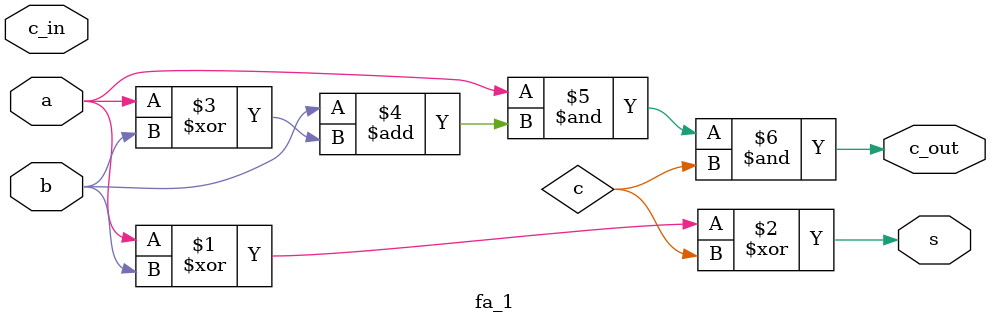
<source format=v>
module fa_1(
	input		a,
	input		b, 
	input		c_in,
	output	s,
	output	c_out
);

assign s = a^b^c;
assign c_out =	a & b + (a^b) &c;

endmodule


</source>
